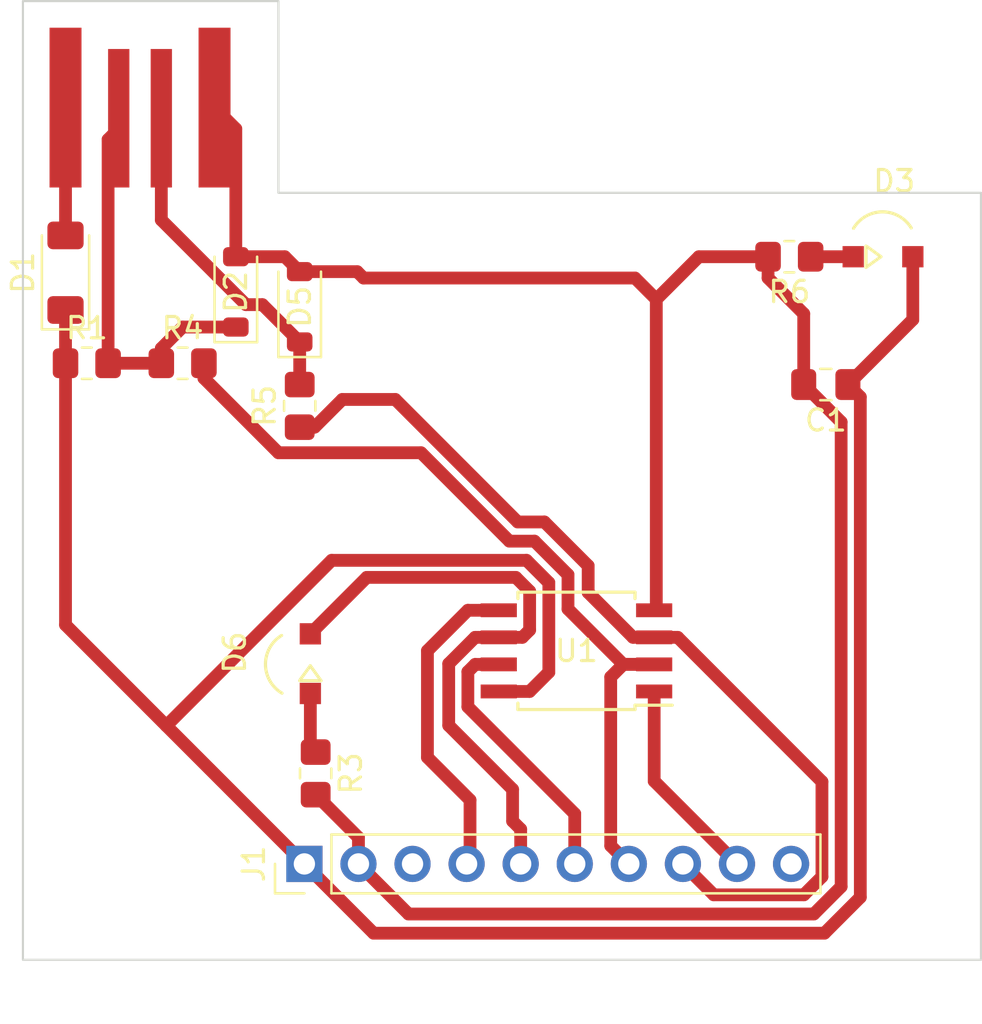
<source format=kicad_pcb>
(kicad_pcb (version 20241229) (generator "pcbnew") (generator_version "9.0")
  (layers (0 "F.Cu" signal) (2 "B.Cu" signal) (13 "F.Paste" user) (15 "B.Paste" user) (5 "F.SilkS" user "F.Silkscreen") (7 "B.SilkS" user "B.Silkscreen") (1 "F.Mask" user) (3 "B.Mask" user) (25 "Edge.Cuts" user))
  (net 0 "")
  (net 1 "GND")
  (net 2 "Net-(D1-A)")
  (net 3 "+5V")
  (net 4 "Net-(D2-K)")
  (net 5 "Net-(D3-K)")
  (net 6 "Net-(D5-K)")
  (net 7 "Net-(D6-K)")
  (net 8 "Net-(D6-A)")
  (net 9 "Net-(J1-Pin_4)")
  (net 10 "Net-(J1-Pin_7)")
  (net 12 "Net-(J1-Pin_6)")
  (net 13 "Net-(J1-Pin_9)")
  (net 14 "Net-(J1-Pin_8)")
  (footprint "Diode_SMD:D_MiniMELF" (layer "F.Cu") (at 204 98.75 90)
    (property "Reference" "D1" (at 0 -2 90) (layer "F.SilkS"))
    (property "Value" "D_Filled")
    (fp_line (start 1.75 -1.11) (end -2.66 -1.11) (stroke (width 0.12)) (layer "F.SilkS"))
    (fp_line (start -2.66 -1.11) (end -2.66 1.11) (stroke (width 0.12)) (layer "F.SilkS"))
    (fp_line (start -2.66 1.11) (end 1.75 1.11) (stroke (width 0.12)) (layer "F.SilkS"))
    (pad "1" smd roundrect (at -1.75 0 90) (size 1.3 1.7) (layers "F.Cu" "F.Mask" "F.Paste") (roundrect_rratio 0.1923076923) (net 3 "+5V"))
    (pad "2" smd roundrect (at 1.75 0 90) (size 1.3 1.7) (layers "F.Cu" "F.Mask" "F.Paste") (roundrect_rratio 0.1923076923) (net 2 "Net-(D1-A)"))
  )
  (footprint "Package_SO:SOIC-8W_5.3x5.3mm_P1.27mm" (layer "F.Cu") (at 228 116.5 180)
    (property "Reference" "U1" (at 0 0 0) (layer "F.SilkS"))
    (property "Value" "ATtiny85-20S")
    (fp_line (start 2.75 2.755) (end 2.75 2.455) (stroke (width 0.15)) (layer "F.SilkS"))
    (fp_line (start 2.75 -2.755) (end 2.75 -2.455) (stroke (width 0.15)) (layer "F.SilkS"))
    (fp_line (start -2.75 2.755) (end 2.75 2.755) (stroke (width 0.15)) (layer "F.SilkS"))
    (fp_line (start -2.75 2.755) (end -2.75 2.455) (stroke (width 0.15)) (layer "F.SilkS"))
    (fp_line (start -2.75 -2.55) (end -4.5 -2.55) (stroke (width 0.15)) (layer "F.SilkS"))
    (fp_line (start -2.75 -2.755) (end 2.75 -2.755) (stroke (width 0.15)) (layer "F.SilkS"))
    (fp_line (start -2.75 -2.755) (end -2.75 -2.55) (stroke (width 0.15)) (layer "F.SilkS"))
    (pad "1" smd rect (at -3.65 -1.905 180) (size 1.7 0.65) (layers "F.Cu" "F.Mask" "F.Paste") (net 13 "Net-(J1-Pin_9)"))
    (pad "2" smd rect (at -3.65 -0.635 180) (size 1.7 0.65) (layers "F.Cu" "F.Mask" "F.Paste") (net 10 "Net-(J1-Pin_7)"))
    (pad "3" smd rect (at -3.65 0.635 180) (size 1.7 0.65) (layers "F.Cu" "F.Mask" "F.Paste") (net 14 "Net-(J1-Pin_8)"))
    (pad "4" smd rect (at -3.65 1.905 180) (size 1.7 0.65) (layers "F.Cu" "F.Mask" "F.Paste") (net 1 "GND"))
    (pad "5" smd rect (at 3.65 1.905 180) (size 1.7 0.65) (layers "F.Cu" "F.Mask" "F.Paste") (net 9 "Net-(J1-Pin_4)"))
    (pad "6" smd rect (at 3.65 0.635 180) (size 1.7 0.65) (layers "F.Cu" "F.Mask" "F.Paste") (net 8 "Net-(D6-A)"))
    (pad "7" smd rect (at 3.65 -0.635 180) (size 1.7 0.65) (layers "F.Cu" "F.Mask" "F.Paste") (net 12 "Net-(J1-Pin_6)"))
    (pad "8" smd rect (at 3.65 -1.905 180) (size 1.7 0.65) (layers "F.Cu" "F.Mask" "F.Paste") (net 3 "+5V"))
  )
  (footprint "Resistor_SMD:R_0805_2012Metric_Pad1.20x1.40mm_HandSolder" (layer "F.Cu") (at 238 98 180)
    (property "Reference" "R6" (at 0 -1.65 0) (layer "F.SilkS"))
    (property "Value" "220k ohms")
    (fp_line (start -0.227064 0.735) (end 0.227064 0.735) (stroke (width 0.12)) (layer "F.SilkS"))
    (fp_line (start -0.227064 -0.735) (end 0.227064 -0.735) (stroke (width 0.12)) (layer "F.SilkS"))
    (pad "1" smd roundrect (at -1 0 180) (size 1.2 1.4) (layers "F.Cu" "F.Mask" "F.Paste") (roundrect_rratio 0.208333) (net 5 "Net-(D3-K)"))
    (pad "2" smd roundrect (at 1 0 180) (size 1.2 1.4) (layers "F.Cu" "F.Mask" "F.Paste") (roundrect_rratio 0.208333) (net 1 "GND"))
  )
  (footprint "ledSmd:ledSMD" (layer "F.Cu") (at 215.5 116.7 90)
    (property "Reference" "D6" (at 0.125 -3.55 90) (layer "F.SilkS"))
    (property "Value" "LED")
    (fp_line (start -1.15 -0.475) (end -0.5 0) (stroke (width 0.15)) (layer "F.SilkS"))
    (fp_line (start -0.5 0) (end -1.2 0.5) (stroke (width 0.15)) (layer "F.SilkS"))
    (fp_line (start -1.2 0.5) (end -1.2 -0.5) (stroke (width 0.15)) (layer "F.SilkS"))
    (fp_arc (start -1.786089 -1.331572) (mid -0.435753 -2.107089) (end 0.924999 -1.349999) (stroke (width 0.15)) (layer "F.SilkS"))
    (pad "1" smd rect (at -1.8 0 90) (size 1 1) (layers "F.Cu" "F.Mask" "F.Paste") (net 7 "Net-(D6-K)"))
    (pad "2" smd rect (at 1 0 90) (size 1 1) (layers "F.Cu" "F.Mask" "F.Paste") (net 8 "Net-(D6-A)"))
  )
  (footprint "embeddedPcbUsb:USB_A_UCC" (layer "F.Cu") (at 207.5 91.2 -90)
    (property "Reference" "J2" (hide yes))
    (property "Value" "USB_A" (hide yes))
    (pad "1" smd rect (at -0.2 3.5 270) (size 7.5 1.5) (layers "F.Cu" "F.Mask" "F.Paste") (net 2 "Net-(D1-A)"))
    (pad "2" smd rect (at 0.3 1 270) (size 6.5 1) (layers "F.Cu" "F.Mask" "F.Paste") (net 4 "Net-(D2-K)"))
    (pad "3" smd rect (at 0.3 -1 270) (size 6.5 1) (layers "F.Cu" "F.Mask" "F.Paste") (net 6 "Net-(D5-K)"))
    (pad "4" smd rect (at -0.2 -3.5 270) (size 7.5 1.5) (layers "F.Cu" "F.Mask" "F.Paste") (net 1 "GND"))
  )
  (footprint "Diode_SMD:D_SOD-123" (layer "F.Cu") (at 215 100.35 90)
    (property "Reference" "D5" (at 0 0 90) (layer "F.SilkS"))
    (property "Value" "D_Zener")
    (fp_line (start -2.36 -1) (end 1.65 -1) (stroke (width 0.12)) (layer "F.SilkS"))
    (fp_line (start -2.36 -1) (end -2.36 1) (stroke (width 0.12)) (layer "F.SilkS"))
    (fp_line (start -2.36 1) (end 1.65 1) (stroke (width 0.12)) (layer "F.SilkS"))
    (pad "1" smd roundrect (at -1.65 0 90) (size 0.9 1.2) (layers "F.Cu" "F.Mask" "F.Paste") (net 6 "Net-(D5-K)"))
    (pad "2" smd roundrect (at 1.65 0 90) (size 0.9 1.2) (layers "F.Cu" "F.Mask" "F.Paste") (net 1 "GND"))
  )
  (footprint "Resistor_SMD:R_0805_2012Metric_Pad1.20x1.40mm_HandSolder" (layer "F.Cu") (at 209.5 103)
    (property "Reference" "R4" (at 0 -1.65 0) (layer "F.SilkS"))
    (property "Value" "68k ohms 5% 1/8w")
    (fp_line (start -0.227064 -0.735) (end 0.227064 -0.735) (stroke (width 0.12)) (layer "F.SilkS"))
    (fp_line (start -0.227064 0.735) (end 0.227064 0.735) (stroke (width 0.12)) (layer "F.SilkS"))
    (pad "1" smd roundrect (at -1 0) (size 1.2 1.4) (layers "F.Cu" "F.Mask" "F.Paste") (roundrect_rratio 0.208333) (net 4 "Net-(D2-K)"))
    (pad "2" smd roundrect (at 1 0) (size 1.2 1.4) (layers "F.Cu" "F.Mask" "F.Paste") (roundrect_rratio 0.208333) (net 10 "Net-(J1-Pin_7)"))
  )
  (footprint "ledSmd:ledSMD" (layer "F.Cu") (at 242.8 98)
    (property "Reference" "D3" (at 0.125 -3.55 0) (layer "F.SilkS"))
    (property "Value" "LED")
    (fp_line (start -1.2 0.5) (end -1.2 -0.5) (stroke (width 0.15)) (layer "F.SilkS"))
    (fp_line (start -1.15 -0.475) (end -0.5 0) (stroke (width 0.15)) (layer "F.SilkS"))
    (fp_line (start -0.5 0) (end -1.2 0.5) (stroke (width 0.15)) (layer "F.SilkS"))
    (fp_arc (start -1.786089 -1.331572) (mid -0.435753 -2.107089) (end 0.924999 -1.349999) (stroke (width 0.15)) (layer "F.SilkS"))
    (pad "1" smd rect (at -1.8 0) (size 1 1) (layers "F.Cu" "F.Mask" "F.Paste") (net 5 "Net-(D3-K)"))
    (pad "2" smd rect (at 1 0) (size 1 1) (layers "F.Cu" "F.Mask" "F.Paste") (net 3 "+5V"))
  )
  (footprint "Resistor_SMD:R_0805_2012Metric_Pad1.20x1.40mm_HandSolder" (layer "F.Cu") (at 205 103)
    (property "Reference" "R1" (at 0 -1.65 0) (layer "F.SilkS"))
    (property "Value" "1.5k ohms")
    (fp_line (start -0.227064 -0.735) (end 0.227064 -0.735) (stroke (width 0.12)) (layer "F.SilkS"))
    (fp_line (start -0.227064 0.735) (end 0.227064 0.735) (stroke (width 0.12)) (layer "F.SilkS"))
    (pad "1" smd roundrect (at -1 0) (size 1.2 1.4) (layers "F.Cu" "F.Mask" "F.Paste") (roundrect_rratio 0.208333) (net 3 "+5V"))
    (pad "2" smd roundrect (at 1 0) (size 1.2 1.4) (layers "F.Cu" "F.Mask" "F.Paste") (roundrect_rratio 0.208333) (net 4 "Net-(D2-K)"))
  )
  (footprint "Resistor_SMD:R_0805_2012Metric_Pad1.20x1.40mm_HandSolder" (layer "F.Cu") (at 215 105 90)
    (property "Reference" "R5" (at 0 -1.65 90) (layer "F.SilkS"))
    (property "Value" "68k ohms 5% 1/8w")
    (fp_line (start -0.227064 -0.735) (end 0.227064 -0.735) (stroke (width 0.12)) (layer "F.SilkS"))
    (fp_line (start -0.227064 0.735) (end 0.227064 0.735) (stroke (width 0.12)) (layer "F.SilkS"))
    (pad "1" smd roundrect (at -1 0 90) (size 1.2 1.4) (layers "F.Cu" "F.Mask" "F.Paste") (roundrect_rratio 0.208333) (net 14 "Net-(J1-Pin_8)"))
    (pad "2" smd roundrect (at 1 0 90) (size 1.2 1.4) (layers "F.Cu" "F.Mask" "F.Paste") (roundrect_rratio 0.208333) (net 6 "Net-(D5-K)"))
  )
  (footprint "Connector_PinHeader_2.54mm:PinHeader_1x10_P2.54mm_Vertical" (layer "F.Cu") (at 215.22 126.5 90)
    (property "Reference" "J1" (at 0 -2.38 90) (layer "F.SilkS"))
    (property "Value" "Conn_01x10_Socket")
    (fp_line (start -1.38 -1.38) (end 0 -1.38) (stroke (width 0.12)) (layer "F.SilkS"))
    (fp_line (start -1.38 0) (end -1.38 -1.38) (stroke (width 0.12)) (layer "F.SilkS"))
    (fp_line (start 1.38 1.27) (end 1.38 24.24) (stroke (width 0.12)) (layer "F.SilkS"))
    (fp_line (start -1.38 1.27) (end 1.38 1.27) (stroke (width 0.12)) (layer "F.SilkS"))
    (fp_line (start -1.38 1.27) (end -1.38 24.24) (stroke (width 0.12)) (layer "F.SilkS"))
    (fp_line (start -1.38 24.24) (end 1.38 24.24) (stroke (width 0.12)) (layer "F.SilkS"))
    (pad "1" thru_hole rect (at 0 0 90) (size 1.7 1.7) (drill 1) (layers "*.Cu" "*.Mask") (net 3 "+5V"))
    (pad "2" thru_hole circle (at 0 2.54 90) (size 1.7 1.7) (drill 1) (layers "*.Cu" "*.Mask") (net 1 "GND"))
    (pad "3" thru_hole circle (at 0 5.08 90) (size 1.7 1.7) (drill 1) (layers "*.Cu" "*.Mask"))
    (pad "4" thru_hole circle (at 0 7.62 90) (size 1.7 1.7) (drill 1) (layers "*.Cu" "*.Mask") (net 9 "Net-(J1-Pin_4)"))
    (pad "5" thru_hole circle (at 0 10.16 90) (size 1.7 1.7) (drill 1) (layers "*.Cu" "*.Mask") (net 8 "Net-(D6-A)"))
    (pad "6" thru_hole circle (at 0 12.7 90) (size 1.7 1.7) (drill 1) (layers "*.Cu" "*.Mask") (net 12 "Net-(J1-Pin_6)"))
    (pad "7" thru_hole circle (at 0 15.24 90) (size 1.7 1.7) (drill 1) (layers "*.Cu" "*.Mask") (net 10 "Net-(J1-Pin_7)"))
    (pad "8" thru_hole circle (at 0 17.78 90) (size 1.7 1.7) (drill 1) (layers "*.Cu" "*.Mask") (net 14 "Net-(J1-Pin_8)"))
    (pad "9" thru_hole circle (at 0 20.32 90) (size 1.7 1.7) (drill 1) (layers "*.Cu" "*.Mask") (net 13 "Net-(J1-Pin_9)"))
    (pad "10" thru_hole circle (at 0 22.86 90) (size 1.7 1.7) (drill 1) (layers "*.Cu" "*.Mask"))
  )
  (footprint "Capacitor_SMD:C_0805_2012Metric_Pad1.18x1.45mm_HandSolder" (layer "F.Cu") (at 239.7125 104 180)
    (property "Reference" "C1" (at 0 -1.68 0) (layer "F.SilkS"))
    (property "Value" "C")
    (fp_line (start -0.261252 0.735) (end 0.261252 0.735) (stroke (width 0.12)) (layer "F.SilkS"))
    (fp_line (start -0.261252 -0.735) (end 0.261252 -0.735) (stroke (width 0.12)) (layer "F.SilkS"))
    (pad "1" smd roundrect (at -1.0375 0 180) (size 1.175 1.45) (layers "F.Cu" "F.Mask" "F.Paste") (roundrect_rratio 0.212766) (net 3 "+5V"))
    (pad "2" smd roundrect (at 1.0375 0 180) (size 1.175 1.45) (layers "F.Cu" "F.Mask" "F.Paste") (roundrect_rratio 0.212766) (net 1 "GND"))
  )
  (footprint "Diode_SMD:D_SOD-123" (layer "F.Cu") (at 212 99.65 90)
    (property "Reference" "D2" (at 0 0 90) (layer "F.SilkS"))
    (property "Value" "D_Zener")
    (fp_line (start -2.36 -1) (end 1.65 -1) (stroke (width 0.12)) (layer "F.SilkS"))
    (fp_line (start -2.36 -1) (end -2.36 1) (stroke (width 0.12)) (layer "F.SilkS"))
    (fp_line (start -2.36 1) (end 1.65 1) (stroke (width 0.12)) (layer "F.SilkS"))
    (pad "1" smd roundrect (at -1.65 0 90) (size 0.9 1.2) (layers "F.Cu" "F.Mask" "F.Paste") (net 4 "Net-(D2-K)"))
    (pad "2" smd roundrect (at 1.65 0 90) (size 0.9 1.2) (layers "F.Cu" "F.Mask" "F.Paste") (net 1 "GND"))
  )
  (footprint "Resistor_SMD:R_0805_2012Metric_Pad1.20x1.40mm_HandSolder" (layer "F.Cu") (at 215.75 122.25 -90)
    (property "Reference" "R3" (at 0 -1.65 90) (layer "F.SilkS"))
    (property "Value" "330k ohms 5% 1/8w")
    (fp_line (start -0.227064 0.735) (end 0.227064 0.735) (stroke (width 0.12)) (layer "F.SilkS"))
    (fp_line (start -0.227064 -0.735) (end 0.227064 -0.735) (stroke (width 0.12)) (layer "F.SilkS"))
    (pad "1" smd roundrect (at -1 0 270) (size 1.2 1.4) (layers "F.Cu" "F.Mask" "F.Paste") (roundrect_rratio 0.208333) (net 7 "Net-(D6-K)"))
    (pad "2" smd roundrect (at 1 0 270) (size 1.2 1.4) (layers "F.Cu" "F.Mask" "F.Paste") (roundrect_rratio 0.208333) (net 1 "GND"))
  )
  (gr_poly (pts (xy 202 131) (xy 247 131) (xy 247 95) (xy 214 95) (xy 214 86) (xy 202 86)) (stroke (width 0.1)) (fill no) (layer "Edge.Cuts"))
  (segment (start 217.76 125.26) (end 217.76 126.5) (width 0.6) (layer "F.Cu") (net 1))
  (segment (start 215.75 123.25) (end 217.76 125.26) (width 0.6) (layer "F.Cu") (net 1))
  (segment (start 217.7 98.7) (end 218 99) (width 0.6) (layer "F.Cu") (net 1))
  (segment (start 238.675 104) (end 240.431999 105.756999) (width 0.6) (layer "F.Cu") (net 1))
  (segment (start 212 98) (end 212 92) (width 0.6) (layer "F.Cu") (net 1))
  (segment (start 231.75 114.495) (end 231.65 114.595) (width 0.6) (layer "F.Cu") (net 1))
  (segment (start 238.675 100.675) (end 238.675 104) (width 0.6) (layer "F.Cu") (net 1))
  (segment (start 218 99) (end 230.75 99) (width 0.6) (layer "F.Cu") (net 1))
  (segment (start 230.75 99) (end 231.75 100) (width 0.6) (layer "F.Cu") (net 1))
  (segment (start 214.3 98) (end 215 98.7) (width 0.6) (layer "F.Cu") (net 1))
  (segment (start 237 98) (end 237 99) (width 0.6) (layer "F.Cu") (net 1))
  (segment (start 240.431999 105.756999) (end 240.431999 127.568001) (width 0.6) (layer "F.Cu") (net 1))
  (segment (start 212 98) (end 214.3 98) (width 0.6) (layer "F.Cu") (net 1))
  (segment (start 215 98.7) (end 217.7 98.7) (width 0.6) (layer "F.Cu") (net 1))
  (segment (start 220.111 128.851) (end 217.76 126.5) (width 0.6) (layer "F.Cu") (net 1))
  (segment (start 233.75 98) (end 237 98) (width 0.6) (layer "F.Cu") (net 1))
  (segment (start 212 92) (end 211 91) (width 0.6) (layer "F.Cu") (net 1))
  (segment (start 231.75 100) (end 233.75 98) (width 0.6) (layer "F.Cu") (net 1))
  (segment (start 237 99) (end 238.675 100.675) (width 0.6) (layer "F.Cu") (net 1))
  (segment (start 239.149 128.851) (end 220.111 128.851) (width 0.6) (layer "F.Cu") (net 1))
  (segment (start 240.431999 127.568001) (end 239.149 128.851) (width 0.6) (layer "F.Cu") (net 1))
  (segment (start 231.75 100) (end 231.75 114.495) (width 0.6) (layer "F.Cu") (net 1))
  (segment (start 204 91) (end 204 97) (width 0.6) (layer "F.Cu") (net 2))
  (segment (start 208.735 120.015) (end 204 115.28) (width 0.6) (layer "F.Cu") (net 3))
  (segment (start 225.8 118.405) (end 226.703 117.502) (width 0.6) (layer "F.Cu") (net 3))
  (segment (start 226.703 117.502) (end 226.703 113.298208) (width 0.6) (layer "F.Cu") (net 3))
  (segment (start 215.22 126.5) (end 208.735 120.015) (width 0.6) (layer "F.Cu") (net 3))
  (segment (start 243.8 100.95) (end 240.75 104) (width 0.6) (layer "F.Cu") (net 3))
  (segment (start 204 115.28) (end 204 103) (width 0.6) (layer "F.Cu") (net 3))
  (segment (start 218.471 129.751) (end 215.22 126.5) (width 0.6) (layer "F.Cu") (net 3))
  (segment (start 241.332998 104.582998) (end 240.75 104) (width 0.6) (layer "F.Cu") (net 3))
  (segment (start 204 103) (end 204 100.5) (width 0.6) (layer "F.Cu") (net 3))
  (segment (start 226.703 113.298208) (end 225.654792 112.25) (width 0.6) (layer "F.Cu") (net 3))
  (segment (start 225.654792 112.25) (end 216.5 112.25) (width 0.6) (layer "F.Cu") (net 3))
  (segment (start 241.332998 128.066002) (end 239.648 129.751) (width 0.6) (layer "F.Cu") (net 3))
  (segment (start 241.332998 128.066002) (end 241.332998 104.582998) (width 0.6) (layer "F.Cu") (net 3))
  (segment (start 239.648 129.751) (end 218.471 129.751) (width 0.6) (layer "F.Cu") (net 3))
  (segment (start 216.5 112.25) (end 208.735 120.015) (width 0.6) (layer "F.Cu") (net 3))
  (segment (start 243.8 98) (end 243.8 100.95) (width 0.6) (layer "F.Cu") (net 3))
  (segment (start 224.35 118.405) (end 225.8 118.405) (width 0.6) (layer "F.Cu") (net 3))
  (segment (start 206 103) (end 208.5 103) (width 0.6) (layer "F.Cu") (net 4))
  (segment (start 208.5 103) (end 208.5 102.3) (width 0.6) (layer "F.Cu") (net 4))
  (segment (start 206 92.5) (end 206 103) (width 0.6) (layer "F.Cu") (net 4))
  (segment (start 209.5 101.3) (end 212 101.3) (width 0.6) (layer "F.Cu") (net 4))
  (segment (start 206.5 91.5) (end 206.5 92) (width 0.6) (layer "F.Cu") (net 4))
  (segment (start 208.5 102.3) (end 209.5 101.3) (width 0.6) (layer "F.Cu") (net 4))
  (segment (start 206.5 92) (end 206 92.5) (width 0.6) (layer "F.Cu") (net 4))
  (segment (start 239 98) (end 241 98) (width 0.6) (layer "F.Cu") (net 5))
  (segment (start 212.474626 100.249) (end 213.249 100.249) (width 0.6) (layer "F.Cu") (net 6))
  (segment (start 208.5 91.5) (end 208.5 96.274374) (width 0.6) (layer "F.Cu") (net 6))
  (segment (start 208.5 96.274374) (end 212.474626 100.249) (width 0.6) (layer "F.Cu") (net 6))
  (segment (start 213.249 100.249) (end 215 102) (width 0.6) (layer "F.Cu") (net 6))
  (segment (start 215 102) (end 215 104) (width 0.6) (layer "F.Cu") (net 6))
  (segment (start 215.5 118.5) (end 215.5 121) (width 0.6) (layer "F.Cu") (net 7))
  (segment (start 215.5 121) (end 215.75 121.25) (width 0.6) (layer "F.Cu") (net 7))
  (segment (start 218.149 113.051) (end 215.5 115.7) (width 0.6) (layer "F.Cu") (net 8))
  (segment (start 223.238794 115.865) (end 222 117.103794) (width 0.6) (layer "F.Cu") (net 8))
  (segment (start 224.35 115.865) (end 225.457 115.865) (width 0.6) (layer "F.Cu") (net 8))
  (segment (start 225 123) (end 225 124.49) (width 0.6) (layer "F.Cu") (net 8))
  (segment (start 225.801 115.521) (end 225.801 113.701) (width 0.6) (layer "F.Cu") (net 8))
  (segment (start 225.151 113.051) (end 218.149 113.051) (width 0.6) (layer "F.Cu") (net 8))
  (segment (start 225.801 113.701) (end 225.151 113.051) (width 0.6) (layer "F.Cu") (net 8))
  (segment (start 222 120) (end 225 123) (width 0.6) (layer "F.Cu") (net 8))
  (segment (start 222 117.103794) (end 222 120) (width 0.6) (layer "F.Cu") (net 8))
  (segment (start 225 124.49) (end 225.38 124.87) (width 0.6) (layer "F.Cu") (net 8))
  (segment (start 225.457 115.865) (end 225.801 115.521) (width 0.6) (layer "F.Cu") (net 8))
  (segment (start 224.35 115.865) (end 223.238794 115.865) (width 0.6) (layer "F.Cu") (net 8))
  (segment (start 225.38 124.87) (end 225.38 126.5) (width 0.6) (layer "F.Cu") (net 8))
  (segment (start 223 123.5) (end 223 126.34) (width 0.6) (layer "F.Cu") (net 9))
  (segment (start 224.35 114.595) (end 222.9 114.595) (width 0.6) (layer "F.Cu") (net 9))
  (segment (start 223 126.34) (end 222.84 126.5) (width 0.6) (layer "F.Cu") (net 9))
  (segment (start 221 121.5) (end 223 123.5) (width 0.6) (layer "F.Cu") (net 9))
  (segment (start 221 116.495) (end 221 121.5) (width 0.6) (layer "F.Cu") (net 9))
  (segment (start 222.9 114.595) (end 221 116.495) (width 0.6) (layer "F.Cu") (net 9))
  (segment (start 229.61 117.725) (end 229.61 125.65) (width 0.6) (layer "F.Cu") (net 10))
  (segment (start 227.603 114.538) (end 227.603 112.925416) (width 0.6) (layer "F.Cu") (net 10))
  (segment (start 231.65 117.135) (end 230.2 117.135) (width 0.6) (layer "F.Cu") (net 10))
  (segment (start 214.001 107.201) (end 210.5 103.7) (width 0.6) (layer "F.Cu") (net 10))
  (segment (start 230.2 117.135) (end 227.603 114.538) (width 0.6) (layer "F.Cu") (net 10))
  (segment (start 220.701 107.201) (end 214.001 107.201) (width 0.6) (layer "F.Cu") (net 10))
  (segment (start 231.65 117.135) (end 230.2 117.135) (width 0.6) (layer "F.Cu") (net 10))
  (segment (start 210.5 103.7) (end 210.5 103) (width 0.6) (layer "F.Cu") (net 10))
  (segment (start 224.85 111.35) (end 220.701 107.201) (width 0.6) (layer "F.Cu") (net 10))
  (segment (start 227.603 112.925416) (end 226.027584 111.35) (width 0.6) (layer "F.Cu") (net 10))
  (segment (start 230.2 117.135) (end 229.61 117.725) (width 0.6) (layer "F.Cu") (net 10))
  (segment (start 226.027584 111.35) (end 224.85 111.35) (width 0.6) (layer "F.Cu") (net 10))
  (segment (start 229.61 125.65) (end 230.46 126.5) (width 0.6) (layer "F.Cu") (net 10))
  (segment (start 222.9 119.127208) (end 227.92 124.147208) (width 0.6) (layer "F.Cu") (net 12))
  (segment (start 224.35 117.135) (end 223.243 117.135) (width 0.6) (layer "F.Cu") (net 12))
  (segment (start 227.92 124.147208) (end 227.92 126.5) (width 0.6) (layer "F.Cu") (net 12))
  (segment (start 223.243 117.135) (end 222.9 117.478) (width 0.6) (layer "F.Cu") (net 12))
  (segment (start 222.9 117.478) (end 222.9 119.127208) (width 0.6) (layer "F.Cu") (net 12))
  (segment (start 231.65 122.61) (end 235.54 126.5) (width 0.6) (layer "F.Cu") (net 13))
  (segment (start 231.65 118.405) (end 231.65 122.61) (width 0.6) (layer "F.Cu") (net 13))
  (segment (start 230.656 115.865) (end 231.65 115.865) (width 0.6) (layer "F.Cu") (net 14))
  (segment (start 234.451 127.951) (end 233 126.5) (width 0.6) (layer "F.Cu") (net 14))
  (segment (start 217.001 104.699) (end 219.49 104.699) (width 0.6) (layer "F.Cu") (net 14))
  (segment (start 215 106) (end 215.7 106) (width 0.6) (layer "F.Cu") (net 14))
  (segment (start 219.49 104.699) (end 225.241 110.45) (width 0.6) (layer "F.Cu") (net 14))
  (segment (start 239.531 127.101024) (end 238.681024 127.951) (width 0.6) (layer "F.Cu") (net 14))
  (segment (start 228.55 113.759) (end 230.656 115.865) (width 0.6) (layer "F.Cu") (net 14))
  (segment (start 232.757 115.865) (end 239.531 122.639) (width 0.6) (layer "F.Cu") (net 14))
  (segment (start 228.55 112.504416) (end 228.55 113.759) (width 0.6) (layer "F.Cu") (net 14))
  (segment (start 225.241 110.45) (end 226.495584 110.45) (width 0.6) (layer "F.Cu") (net 14))
  (segment (start 226.495584 110.45) (end 228.55 112.504416) (width 0.6) (layer "F.Cu") (net 14))
  (segment (start 215.7 106) (end 217.001 104.699) (width 0.6) (layer "F.Cu") (net 14))
  (segment (start 239.531 122.639) (end 239.531 127.101024) (width 0.6) (layer "F.Cu") (net 14))
  (segment (start 238.681024 127.951) (end 234.451 127.951) (width 0.6) (layer "F.Cu") (net 14))
  (segment (start 231.65 115.865) (end 232.757 115.865) (width 0.6) (layer "F.Cu") (net 14))
)
</source>
